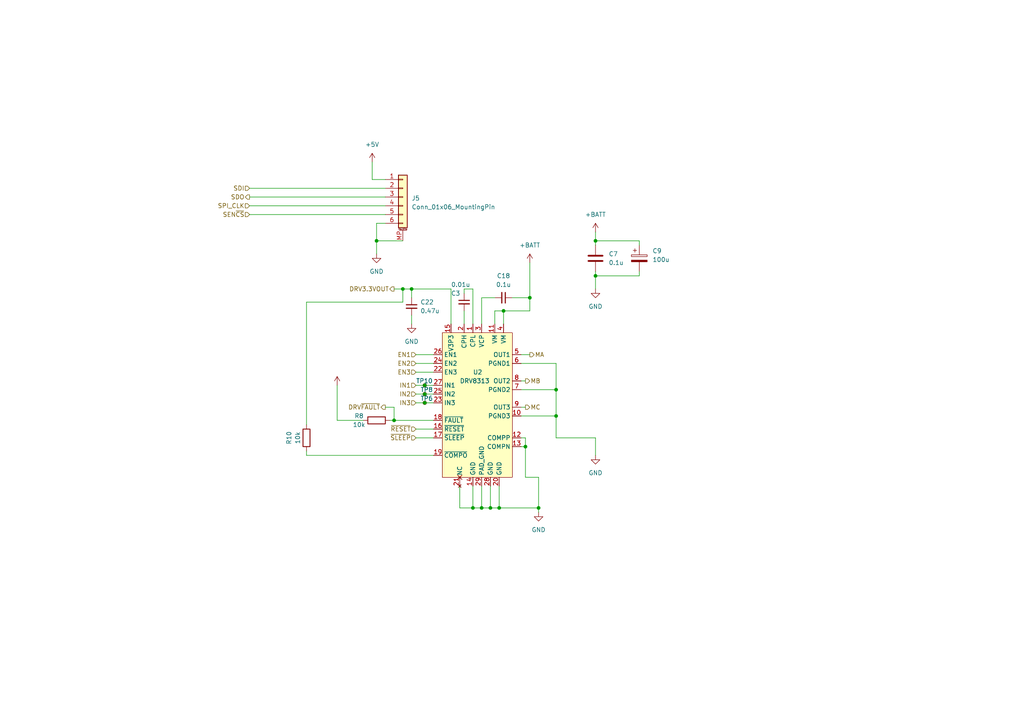
<source format=kicad_sch>
(kicad_sch (version 20230121) (generator eeschema)
  (paper "A4")
  (lib_symbols
    (symbol "Connector:TestPoint_Small" (pin_numbers hide) (pin_names (offset 0.762) hide)
      (property "Reference" "TP" (at 0 3.81 0))
      (property "Value" "TestPoint_Small" (at 0 2.032 0))
      (symbol "TestPoint_Small_0_1"
        (circle (center 0 0) (radius 0.508))
      )
      (symbol "TestPoint_Small_1_1"
        (pin passive line (at 0 0 90) (length 0) (name "1") (number "1"))
      )
    )
    (symbol "Connector_Generic_MountingPin:Conn_01x06_MountingPin" (pin_names (offset 1.016) hide)
      (property "Reference" "J" (at 0 7.62 0))
      (property "Value" "Conn_01x06_MountingPin" (at 1.27 -10.16 0))
      (symbol "Conn_01x06_MountingPin_1_1"
        (rectangle (start -1.27 -7.493) (end 0 -7.747) (stroke (width 0.1524)))
        (rectangle (start -1.27 -4.953) (end 0 -5.207) (stroke (width 0.1524)))
        (rectangle (start -1.27 -2.413) (end 0 -2.667) (stroke (width 0.1524)))
        (rectangle (start -1.27 0.127) (end 0 -0.127) (stroke (width 0.1524)))
        (rectangle (start -1.27 2.667) (end 0 2.413) (stroke (width 0.1524)))
        (rectangle (start -1.27 5.207) (end 0 4.953) (stroke (width 0.1524)))
        (rectangle (start -1.27 6.35) (end 1.27 -8.89) (stroke (width 0.254)) (fill (type background)))
        (polyline (pts (xy -1.016 -9.652) (xy 1.016 -9.652)) (stroke (width 0.1524)))
        (text "Mounting" (at 0 -9.271 0) (effects (font (size 0.381 0.381))))
        (pin passive line (at -5.08 5.08 0) (length 3.81) (name "Pin_1") (number "1"))
        (pin passive line (at -5.08 2.54 0) (length 3.81) (name "Pin_2") (number "2"))
        (pin passive line (at -5.08 0 0) (length 3.81) (name "Pin_3") (number "3"))
        (pin passive line (at -5.08 -2.54 0) (length 3.81) (name "Pin_4") (number "4"))
        (pin passive line (at -5.08 -5.08 0) (length 3.81) (name "Pin_5") (number "5"))
        (pin passive line (at -5.08 -7.62 0) (length 3.81) (name "Pin_6") (number "6"))
        (pin passive line (at 0 -12.7 90) (length 3.048) (name "MountPin") (number "MP"))
      )
    )
    (symbol "Device:C" (pin_numbers hide) (pin_names (offset 0.254))
      (property "Reference" "C" (at 0.635 2.54 0))
      (property "Value" "C" (at 0.635 -2.54 0))
      (symbol "C_0_1"
        (polyline (pts (xy -2.032 -0.762) (xy 2.032 -0.762)) (stroke (width 0.508)))
        (polyline (pts (xy -2.032 0.762) (xy 2.032 0.762)) (stroke (width 0.508)))
      )
      (symbol "C_1_1"
        (pin passive line (at 0 3.81 270) (length 2.794) (name "~") (number "1"))
        (pin passive line (at 0 -3.81 90) (length 2.794) (name "~") (number "2"))
      )
    )
    (symbol "Device:C_Polarized" (pin_numbers hide) (pin_names (offset 0.254))
      (property "Reference" "C" (at 0.635 2.54 0))
      (property "Value" "C_Polarized" (at 0.635 -2.54 0))
      (symbol "C_Polarized_0_1"
        (rectangle (start -2.286 0.508) (end 2.286 1.016))
        (polyline (pts (xy -1.778 2.286) (xy -0.762 2.286)))
        (polyline (pts (xy -1.27 2.794) (xy -1.27 1.778)))
        (rectangle (start 2.286 -0.508) (end -2.286 -1.016) (fill (type outline)))
      )
      (symbol "C_Polarized_1_1"
        (pin passive line (at 0 3.81 270) (length 2.794) (name "~") (number "1"))
        (pin passive line (at 0 -3.81 90) (length 2.794) (name "~") (number "2"))
      )
    )
    (symbol "Device:C_Small" (pin_numbers hide) (pin_names (offset 0.254) hide)
      (property "Reference" "C" (at 0.254 1.778 0))
      (property "Value" "C_Small" (at 0.254 -2.032 0))
      (symbol "C_Small_0_1"
        (polyline (pts (xy -1.524 -0.508) (xy 1.524 -0.508)) (stroke (width 0.3302)))
        (polyline (pts (xy -1.524 0.508) (xy 1.524 0.508)) (stroke (width 0.3048)))
      )
      (symbol "C_Small_1_1"
        (pin passive line (at 0 2.54 270) (length 2.032) (name "~") (number "1"))
        (pin passive line (at 0 -2.54 90) (length 2.032) (name "~") (number "2"))
      )
    )
    (symbol "Device:R" (pin_numbers hide) (pin_names (offset 0))
      (property "Reference" "R" (at 2.032 0 90))
      (property "Value" "R" (at 0 0 90))
      (symbol "R_0_1"
        (rectangle (start -1.016 -2.54) (end 1.016 2.54) (stroke (width 0.254)))
      )
      (symbol "R_1_1"
        (pin passive line (at 0 3.81 270) (length 1.27) (name "~") (number "1"))
        (pin passive line (at 0 -3.81 90) (length 1.27) (name "~") (number "2"))
      )
    )
    (symbol "Motor_drivers:DRV8313"
      (property "Reference" "U" (at 0 3.81 0))
      (property "Value" "DRV8313" (at -12.7 -16.51 0))
      (symbol "DRV8313_0_0"
        (pin power_in line (at -1.27 26.67 270) (length 2.54) (name "CPL") (number "1"))
        (pin power_in line (at 12.7 0 180) (length 2.54) (name "PGND3") (number "10"))
        (pin power_in line (at 5.08 26.67 270) (length 2.54) (name "VM") (number "11"))
        (pin input line (at 12.7 -6.35 180) (length 2.54) (name "COMPP") (number "12"))
        (pin input line (at 12.7 -8.89 180) (length 2.54) (name "COMPN") (number "13"))
        (pin power_in line (at -1.27 -20.32 90) (length 2.54) (name "GND") (number "14"))
        (pin power_out line (at -7.62 26.67 270) (length 2.54) (name "V3P3") (number "15"))
        (pin input line (at -12.7 -3.81 0) (length 2.54) (name "~{RESET}") (number "16"))
        (pin input line (at -12.7 -6.35 0) (length 2.54) (name "~{SLEEP}") (number "17"))
        (pin open_collector line (at -12.7 -1.27 0) (length 2.54) (name "~{FAULT}") (number "18"))
        (pin open_collector line (at -12.7 -11.43 0) (length 2.54) (name "~{COMPO}") (number "19"))
        (pin power_in line (at -3.81 26.67 270) (length 2.54) (name "CPH") (number "2"))
        (pin power_in line (at 6.35 -20.32 90) (length 2.54) (name "GND") (number "20"))
        (pin no_connect non_logic (at -5.08 -20.32 90) (length 2.54) (name "NC") (number "21"))
        (pin input line (at -12.7 12.7 0) (length 2.54) (name "EN3") (number "22"))
        (pin input line (at -12.7 3.81 0) (length 2.54) (name "IN3") (number "23"))
        (pin input line (at -12.7 15.24 0) (length 2.54) (name "EN2") (number "24"))
        (pin input line (at -12.7 6.35 0) (length 2.54) (name "IN2") (number "25"))
        (pin input line (at -12.7 17.78 0) (length 2.54) (name "EN1") (number "26"))
        (pin input line (at -12.7 8.89 0) (length 2.54) (name "IN1") (number "27"))
        (pin power_in line (at 3.81 -20.32 90) (length 2.54) (name "GND") (number "28"))
        (pin power_in line (at 1.27 -20.32 90) (length 2.54) (name "PAD_GND") (number "29"))
        (pin power_out line (at 1.27 26.67 270) (length 2.54) (name "VCP") (number "3"))
        (pin power_in line (at 7.62 26.67 270) (length 2.54) (name "VM") (number "4"))
        (pin output line (at 12.7 17.78 180) (length 2.54) (name "OUT1") (number "5"))
        (pin power_in line (at 12.7 15.24 180) (length 2.54) (name "PGND1") (number "6"))
        (pin power_in line (at 12.7 7.62 180) (length 2.54) (name "PGND2") (number "7"))
        (pin output line (at 12.7 10.16 180) (length 2.54) (name "OUT2") (number "8"))
        (pin output line (at 12.7 2.54 180) (length 2.54) (name "OUT3") (number "9"))
      )
      (symbol "DRV8313_1_1"
        (rectangle (start -10.16 24.13) (end 10.16 -17.78) (fill (type background)))
      )
    )
    (symbol "power:+3V3" (power) (pin_names (offset 0))
      (property "Value" "+3V3" (at 0 3.556 0))
      (symbol "+3V3_0_1"
        (polyline (pts (xy -0.762 1.27) (xy 0 2.54)))
        (polyline (pts (xy 0 0) (xy 0 2.54)))
        (polyline (pts (xy 0 2.54) (xy 0.762 1.27)))
      )
      (symbol "+3V3_1_1"
        (pin power_in line (at 0 0 90) (length 0) hide (name "+3V3") (number "1"))
      )
    )
    (symbol "power:+5V" (power) (pin_names (offset 0))
      (property "Value" "+5V" (at 0 3.556 0))
      (symbol "+5V_0_1"
        (polyline (pts (xy -0.762 1.27) (xy 0 2.54)))
        (polyline (pts (xy 0 0) (xy 0 2.54)))
        (polyline (pts (xy 0 2.54) (xy 0.762 1.27)))
      )
      (symbol "+5V_1_1"
        (pin power_in line (at 0 0 90) (length 0) hide (name "+5V") (number "1"))
      )
    )
    (symbol "power:+BATT" (power) (pin_names (offset 0))
      (property "Value" "+BATT" (at 0 3.556 0))
      (symbol "+BATT_0_1"
        (polyline (pts (xy -0.762 1.27) (xy 0 2.54)))
        (polyline (pts (xy 0 0) (xy 0 2.54)))
        (polyline (pts (xy 0 2.54) (xy 0.762 1.27)))
      )
      (symbol "+BATT_1_1"
        (pin power_in line (at 0 0 90) (length 0) hide (name "+BATT") (number "1"))
      )
    )
    (symbol "power:GND" (power) (pin_names (offset 0))
      (property "Value" "GND" (at 0 -3.81 0))
      (symbol "GND_0_1"
        (polyline (pts (xy 0 0) (xy 0 -1.27) (xy 1.27 -1.27) (xy 0 -2.54) (xy -1.27 -1.27) (xy 0 -1.27)))
      )
      (symbol "GND_1_1"
        (pin power_in line (at 0 0 270) (length 0) hide (name "GND") (number "1"))
      )
    )
  )
  (junction (at 139.7 147.32))
  (junction (at 114.3 121.92))
  (junction (at 172.72 69.85))
  (junction (at 123.19 114.3))
  (junction (at 109.22 69.85))
  (junction (at 156.21 147.32))
  (junction (at 123.19 116.84))
  (junction (at 152.4 129.54))
  (junction (at 161.29 113.03))
  (junction (at 123.19 111.76))
  (junction (at 146.05 90.17))
  (junction (at 144.78 147.32))
  (junction (at 137.16 147.32))
  (junction (at 116.84 83.82))
  (junction (at 142.24 147.32))
  (junction (at 153.67 86.36))
  (junction (at 119.38 83.82))
  (junction (at 172.72 80.01))
  (junction (at 161.29 120.65))
  (wire (pts (xy 151.13 118.11) (xy 152.4 118.11)))
  (wire (pts (xy 152.4 127) (xy 152.4 129.54)))
  (wire (pts (xy 88.9 132.08) (xy 125.73 132.08)))
  (wire (pts (xy 72.39 57.15) (xy 111.76 57.15)))
  (wire (pts (xy 114.3 121.92) (xy 125.73 121.92)))
  (wire (pts (xy 134.62 90.17) (xy 134.62 93.98)))
  (wire (pts (xy 123.19 116.84) (xy 125.73 116.84)))
  (wire (pts (xy 137.16 83.82) (xy 137.16 93.98)))
  (wire (pts (xy 120.65 111.76) (xy 123.19 111.76)))
  (wire (pts (xy 109.22 73.66) (xy 109.22 69.85)))
  (wire (pts (xy 148.59 86.36) (xy 153.67 86.36)))
  (wire (pts (xy 111.76 118.11) (xy 114.3 118.11)))
  (wire (pts (xy 172.72 78.74) (xy 172.72 80.01)))
  (wire (pts (xy 185.42 80.01) (xy 172.72 80.01)))
  (wire (pts (xy 88.9 87.63) (xy 116.84 87.63)))
  (wire (pts (xy 72.39 54.61) (xy 111.76 54.61)))
  (wire (pts (xy 123.19 111.76) (xy 125.73 111.76)))
  (wire (pts (xy 134.62 83.82) (xy 137.16 83.82)))
  (wire (pts (xy 172.72 69.85) (xy 172.72 71.12)))
  (wire (pts (xy 116.84 83.82) (xy 119.38 83.82)))
  (wire (pts (xy 114.3 83.82) (xy 116.84 83.82)))
  (wire (pts (xy 139.7 86.36) (xy 139.7 93.98)))
  (wire (pts (xy 120.65 116.84) (xy 123.19 116.84)))
  (wire (pts (xy 152.4 129.54) (xy 152.4 138.43)))
  (wire (pts (xy 143.51 93.98) (xy 143.51 90.17)))
  (wire (pts (xy 153.67 76.2) (xy 153.67 86.36)))
  (wire (pts (xy 161.29 105.41) (xy 161.29 113.03)))
  (wire (pts (xy 185.42 69.85) (xy 185.42 71.12)))
  (wire (pts (xy 151.13 127) (xy 152.4 127)))
  (wire (pts (xy 172.72 80.01) (xy 172.72 83.82)))
  (wire (pts (xy 120.65 127) (xy 125.73 127)))
  (wire (pts (xy 130.81 83.82) (xy 130.81 93.98)))
  (wire (pts (xy 107.95 46.99) (xy 107.95 52.07)))
  (wire (pts (xy 144.78 147.32) (xy 156.21 147.32)))
  (wire (pts (xy 120.65 105.41) (xy 125.73 105.41)))
  (wire (pts (xy 172.72 67.31) (xy 172.72 69.85)))
  (wire (pts (xy 146.05 90.17) (xy 153.67 90.17)))
  (wire (pts (xy 151.13 110.49) (xy 152.4 110.49)))
  (wire (pts (xy 172.72 69.85) (xy 185.42 69.85)))
  (wire (pts (xy 144.78 147.32) (xy 144.78 140.97)))
  (wire (pts (xy 120.65 102.87) (xy 125.73 102.87)))
  (wire (pts (xy 139.7 140.97) (xy 139.7 147.32)))
  (wire (pts (xy 151.13 113.03) (xy 161.29 113.03)))
  (wire (pts (xy 133.35 140.97) (xy 133.35 147.32)))
  (wire (pts (xy 146.05 90.17) (xy 146.05 93.98)))
  (wire (pts (xy 151.13 105.41) (xy 161.29 105.41)))
  (wire (pts (xy 153.67 86.36) (xy 153.67 90.17)))
  (wire (pts (xy 139.7 147.32) (xy 142.24 147.32)))
  (wire (pts (xy 88.9 130.81) (xy 88.9 132.08)))
  (wire (pts (xy 119.38 91.44) (xy 119.38 93.98)))
  (wire (pts (xy 97.79 111.76) (xy 97.79 121.92)))
  (wire (pts (xy 134.62 85.09) (xy 134.62 83.82)))
  (wire (pts (xy 156.21 138.43) (xy 156.21 147.32)))
  (wire (pts (xy 133.35 147.32) (xy 137.16 147.32)))
  (wire (pts (xy 109.22 64.77) (xy 111.76 64.77)))
  (wire (pts (xy 72.39 59.69) (xy 111.76 59.69)))
  (wire (pts (xy 142.24 147.32) (xy 144.78 147.32)))
  (wire (pts (xy 97.79 121.92) (xy 105.41 121.92)))
  (wire (pts (xy 113.03 121.92) (xy 114.3 121.92)))
  (wire (pts (xy 161.29 120.65) (xy 161.29 127)))
  (wire (pts (xy 123.19 114.3) (xy 125.73 114.3)))
  (wire (pts (xy 142.24 140.97) (xy 142.24 147.32)))
  (wire (pts (xy 120.65 114.3) (xy 123.19 114.3)))
  (wire (pts (xy 88.9 87.63) (xy 88.9 123.19)))
  (wire (pts (xy 156.21 147.32) (xy 156.21 148.59)))
  (wire (pts (xy 119.38 83.82) (xy 130.81 83.82)))
  (wire (pts (xy 109.22 69.85) (xy 109.22 64.77)))
  (wire (pts (xy 151.13 102.87) (xy 153.67 102.87)))
  (wire (pts (xy 120.65 107.95) (xy 125.73 107.95)))
  (wire (pts (xy 152.4 138.43) (xy 156.21 138.43)))
  (wire (pts (xy 151.13 120.65) (xy 161.29 120.65)))
  (wire (pts (xy 109.22 69.85) (xy 116.84 69.85)))
  (wire (pts (xy 161.29 113.03) (xy 161.29 120.65)))
  (wire (pts (xy 185.42 78.74) (xy 185.42 80.01)))
  (wire (pts (xy 161.29 127) (xy 172.72 127)))
  (wire (pts (xy 137.16 147.32) (xy 139.7 147.32)))
  (wire (pts (xy 151.13 129.54) (xy 152.4 129.54)))
  (wire (pts (xy 172.72 127) (xy 172.72 132.08)))
  (wire (pts (xy 119.38 83.82) (xy 119.38 86.36)))
  (wire (pts (xy 114.3 118.11) (xy 114.3 121.92)))
  (wire (pts (xy 137.16 140.97) (xy 137.16 147.32)))
  (wire (pts (xy 139.7 86.36) (xy 143.51 86.36)))
  (wire (pts (xy 120.65 124.46) (xy 125.73 124.46)))
  (wire (pts (xy 72.39 62.23) (xy 111.76 62.23)))
  (wire (pts (xy 107.95 52.07) (xy 111.76 52.07)))
  (wire (pts (xy 143.51 90.17) (xy 146.05 90.17)))
  (wire (pts (xy 116.84 87.63) (xy 116.84 83.82)))
  (hierarchical_label "SPI_CLK" (shape input) (at 72.39 59.69 180))
  (hierarchical_label "EN3" (shape input) (at 120.65 107.95 180))
  (hierarchical_label "IN3" (shape input) (at 120.65 116.84 180))
  (hierarchical_label "EN2" (shape input) (at 120.65 105.41 180))
  (hierarchical_label "MA" (shape output) (at 153.67 102.87 0))
  (hierarchical_label "IN1" (shape input) (at 120.65 111.76 180))
  (hierarchical_label "EN1" (shape input) (at 120.65 102.87 180))
  (hierarchical_label "IN2" (shape input) (at 120.65 114.3 180))
  (hierarchical_label "SDI" (shape input) (at 72.39 54.61 180))
  (hierarchical_label "~{RESET}" (shape input) (at 120.65 124.46 180))
  (hierarchical_label "MC" (shape output) (at 152.4 118.11 0))
  (hierarchical_label "DRV~{FAULT}" (shape output) (at 111.76 118.11 180))
  (hierarchical_label "MB" (shape output) (at 152.4 110.49 0))
  (hierarchical_label "SDO" (shape output) (at 72.39 57.15 180))
  (hierarchical_label "SEN~{CS}" (shape input) (at 72.39 62.23 180))
  (hierarchical_label "~{SLEEP}" (shape input) (at 120.65 127 180))
  (hierarchical_label "DRV3.3VOUT" (shape output) (at 114.3 83.82 180))
  (symbol (lib_id "power:+BATT") (at 172.72 67.31 0) (unit 1)
    (property "Reference" "#PWR015" (effects hide))
    (property "Value" "+BATT" (at 172.72 62.23 0))
    (instances (project "Pico-BLDC" (path "" (reference "#PWR015") (unit 1)) (path "" (reference "#PWR018") (unit 1))) (project "RP2040-BLDC" (path "" (reference "#PWR028") (unit 1)) (path "" (reference "#PWR037") (unit 1))))
  )
  (symbol (lib_id "power:GND") (at 109.22 73.66 0) (unit 1)
    (property "Reference" "#PWR03" (effects hide))
    (property "Value" "GND" (at 109.22 78.74 0))
    (instances (project "Pico-BLDC" (path "" (reference "#PWR03") (unit 1)) (path "" (reference "#PWR04") (unit 1))) (project "RP2040-BLDC" (path "" (reference "#PWR022") (unit 1)) (path "" (reference "#PWR031") (unit 1))))
  )
  (symbol (lib_id "Device:R") (at 88.9 127 180) (unit 1)
    (property "Reference" "R10" (at 83.82 127 90))
    (property "Value" "10k" (at 86.36 127 90))
    (property "Footprint" "Resistor_SMD:R_0402_1005Metric" (effects hide))
    (instances (project "RP2040-BLDC" (path "" (reference "R10") (unit 1)) (path "" (reference "R7") (unit 1))))
  )
  (symbol (lib_id "Device:R") (at 109.22 121.92 90) (unit 1)
    (property "Reference" "R8" (at 104.14 120.65 90))
    (property "Value" "10k" (at 104.14 123.19 90))
    (property "Footprint" "Resistor_SMD:R_0402_1005Metric" (effects hide))
    (instances (project "RP2040-BLDC" (path "" (reference "R8") (unit 1)) (path "" (reference "R9") (unit 1))))
  )
  (symbol (lib_id "power:GND") (at 172.72 83.82 0) (unit 1)
    (property "Reference" "#PWR017" (effects hide))
    (property "Value" "GND" (at 172.72 88.9 0))
    (instances (project "Pico-BLDC" (path "" (reference "#PWR017") (unit 1)) (path "" (reference "#PWR020") (unit 1))) (project "RP2040-BLDC" (path "" (reference "#PWR029") (unit 1)) (path "" (reference "#PWR038") (unit 1))))
  )
  (symbol (lib_id "power:+BATT") (at 153.67 76.2 0) (unit 1)
    (property "Reference" "#PWR09" (effects hide))
    (property "Value" "+BATT" (at 153.67 71.12 0))
    (instances (project "Pico-BLDC" (path "" (reference "#PWR09") (unit 1)) (path "" (reference "#PWR010") (unit 1))) (project "RP2040-BLDC" (path "" (reference "#PWR025") (unit 1)) (path "" (reference "#PWR034") (unit 1))))
  )
  (symbol (lib_id "Device:C_Small") (at 134.62 87.63 0) (unit 1)
    (property "Reference" "C3" (at 130.81 85.09 0) (effects (justify left)))
    (property "Value" "0.01u" (at 130.81 82.55 0) (effects (justify left)))
    (property "Footprint" "Capacitor_SMD:C_0402_1005Metric" (effects hide))
    (instances (project "RP2040-BLDC" (path "" (reference "C3") (unit 1)) (path "" (reference "C20") (unit 1))))
  )
  (symbol (lib_id "Device:C_Polarized") (at 185.42 74.93 0) (unit 1)
    (property "Reference" "C9" (at 189.23 72.771 0) (effects (justify left)))
    (property "Value" "100u" (at 189.23 75.311 0) (effects (justify left)))
    (property "Footprint" "Capacitor_SMD:CP_Elec_5x5.4" (effects hide))
    (instances (project "Pico-BLDC" (path "" (reference "C9") (unit 1)) (path "" (reference "C13") (unit 1))) (project "RP2040-BLDC" (path "" (reference "C21") (unit 1)) (path "" (reference "C25") (unit 1))))
  )
  (symbol (lib_id "power:+3V3") (at 97.79 111.76 0) (unit 1)
    (property "Reference" "#PWR023" (effects hide))
    (property "Value" "+3V3" (effects hide))
    (instances (project "RP2040-BLDC" (path "" (reference "#PWR023") (unit 1)) (path "" (reference "#PWR026") (unit 1))))
  )
  (symbol (lib_id "Motor_drivers:DRV8313") (at 138.43 120.65 0) (unit 1)
    (property "Reference" "U2" (at 137.16 107.95 0) (effects (justify left)))
    (property "Value" "DRV8313" (at 133.35 110.49 0) (effects (justify left)))
    (property "Footprint" "Package_SO:HTSSOP-28-1EP_4.4x9.7mm_P0.65mm_EP2.85x5.4mm_ThermalVias" (effects hide))
    (property "Datasheet" "https://www.ti.com/lit/ds/symlink/drv8313.pdf" (effects hide))
    (instances (project "RP2040-BLDC" (path "" (reference "U2") (unit 1)) (path "" (reference "U3") (unit 1))))
  )
  (symbol (lib_id "Device:C") (at 172.72 74.93 0) (unit 1)
    (property "Reference" "C7" (at 176.53 73.66 0) (effects (justify left)))
    (property "Value" "0.1u" (at 176.53 76.2 0) (effects (justify left)))
    (property "Footprint" "Capacitor_SMD:C_0402_1005Metric" (effects hide))
    (instances (project "Pico-BLDC" (path "" (reference "C7") (unit 1)) (path "" (reference "C8") (unit 1))) (project "RP2040-BLDC" (path "" (reference "C19") (unit 1)) (path "" (reference "C24") (unit 1))))
  )
  (symbol (lib_id "power:GND") (at 119.38 93.98 0) (unit 1)
    (property "Reference" "#PWR039" (effects hide))
    (property "Value" "GND" (at 119.38 99.06 0))
    (instances (project "RP2040-BLDC" (path "" (reference "#PWR039") (unit 1)) (path "" (reference "#PWR032") (unit 1))))
  )
  (symbol (lib_id "Device:C_Small") (at 146.05 86.36 270) (unit 1)
    (property "Reference" "C18" (at 146.0436 80.01 90))
    (property "Value" "0.1u" (at 146.0436 82.55 90))
    (property "Footprint" "Capacitor_SMD:C_0402_1005Metric" (effects hide))
    (instances (project "RP2040-BLDC" (path "" (reference "C18") (unit 1)) (path "" (reference "C23") (unit 1))))
  )
  (symbol (lib_id "Connector:TestPoint_Small") (at 123.19 111.76 0) (unit 1)
    (property "Reference" "TP10" (at 120.65 110.49 0) (effects (justify left)))
    (property "Value" "TestPoint_Small" (effects hide))
    (property "Footprint" "TestPoint:TestPoint_Pad_D1.0mm" (effects hide))
    (instances (project "RP2040-BLDC" (path "" (reference "TP10") (unit 1)) (path "" (reference "TP11") (unit 1))))
  )
  (symbol (lib_id "Connector_Generic_MountingPin:Conn_01x06_MountingPin") (at 116.84 57.15 0) (unit 1)
    (property "Reference" "J5" (at 119.38 57.5056 0) (effects (justify left)))
    (property "Value" "Conn_01x06_MountingPin" (at 119.38 60.0456 0) (effects (justify left)))
    (property "Footprint" "Connector_JST:JST_SH_BM06B-SRSS-TB_1x06-1MP_P1.00mm_Vertical" (effects hide))
    (instances (project "RP2040-BLDC" (path "" (reference "J5") (unit 1)) (path "" (reference "J4") (unit 1))))
  )
  (symbol (lib_id "power:+5V") (at 107.95 46.99 0) (unit 1)
    (property "Reference" "#PWR01" (effects hide))
    (property "Value" "+5V" (at 107.95 41.91 0))
    (instances (project "Pico-BLDC" (path "" (reference "#PWR01") (unit 1)) (path "" (reference "#PWR02") (unit 1))) (project "RP2040-BLDC" (path "" (reference "#PWR021") (unit 1)) (path "" (reference "#PWR027") (unit 1))))
  )
  (symbol (lib_id "Connector:TestPoint_Small") (at 123.19 116.84 0) (unit 1)
    (property "Reference" "TP6" (at 121.92 115.57 0) (effects (justify left)))
    (property "Value" "TestPoint_Small" (effects hide))
    (property "Footprint" "TestPoint:TestPoint_Pad_D1.0mm" (effects hide))
    (instances (project "RP2040-BLDC" (path "" (reference "TP6") (unit 1)) (path "" (reference "TP7") (unit 1))))
  )
  (symbol (lib_id "Connector:TestPoint_Small") (at 123.19 114.3 0) (unit 1)
    (property "Reference" "TP8" (at 121.92 113.03 0) (effects (justify left)))
    (property "Value" "TestPoint_Small" (effects hide))
    (property "Footprint" "TestPoint:TestPoint_Pad_D1.0mm" (effects hide))
    (instances (project "RP2040-BLDC" (path "" (reference "TP8") (unit 1)) (path "" (reference "TP9") (unit 1))))
  )
  (symbol (lib_id "power:GND") (at 172.72 132.08 0) (unit 1)
    (property "Reference" "#PWR05" (effects hide))
    (property "Value" "GND" (at 172.72 137.16 0))
    (instances (project "Pico-BLDC" (path "" (reference "#PWR05") (unit 1)) (path "" (reference "#PWR08") (unit 1))) (project "RP2040-BLDC" (path "" (reference "#PWR024") (unit 1)) (path "" (reference "#PWR040") (unit 1))))
  )
  (symbol (lib_id "Device:C_Small") (at 119.38 88.9 0) (unit 1)
    (property "Reference" "C22" (at 121.92 87.6363 0) (effects (justify left)))
    (property "Value" "0.47u" (at 121.92 90.1763 0) (effects (justify left)))
    (property "Footprint" "Capacitor_SMD:C_0402_1005Metric" (effects hide))
    (instances (project "RP2040-BLDC" (path "" (reference "C22") (unit 1)) (path "" (reference "C5") (unit 1))))
  )
  (symbol (lib_id "power:GND") (at 156.21 148.59 0) (unit 1)
    (property "Reference" "#PWR033" (effects hide))
    (property "Value" "GND" (at 156.21 153.67 0))
    (instances (project "RP2040-BLDC" (path "" (reference "#PWR033") (unit 1)) (path "" (reference "#PWR036") (unit 1))))
  )
)
</source>
